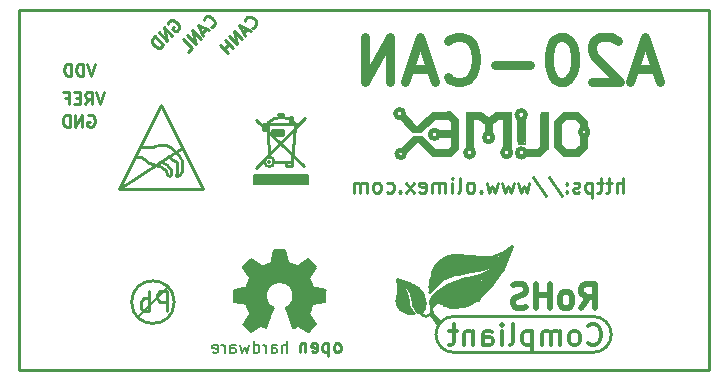
<source format=gbr>
G04 #@! TF.FileFunction,Legend,Bot*
%FSLAX46Y46*%
G04 Gerber Fmt 4.6, Leading zero omitted, Abs format (unit mm)*
G04 Created by KiCad (PCBNEW 4.0.1-3.201512221401+6198~38~ubuntu15.10.1-stable) date Tue 05 Apr 2016 01:32:55 PM EEST*
%MOMM*%
G01*
G04 APERTURE LIST*
%ADD10C,0.100000*%
%ADD11C,0.254000*%
%ADD12C,0.762000*%
%ADD13C,1.000000*%
%ADD14C,0.150000*%
%ADD15C,0.370000*%
%ADD16C,0.380000*%
%ADD17C,0.400000*%
%ADD18C,0.420000*%
%ADD19C,0.200000*%
%ADD20C,0.127000*%
%ADD21C,0.508000*%
%ADD22C,0.700000*%
%ADD23C,0.500000*%
%ADD24C,0.180000*%
%ADD25C,0.350000*%
G04 APERTURE END LIST*
D10*
D11*
X132854095Y-105410000D02*
X132950857Y-105361619D01*
X133096000Y-105361619D01*
X133241142Y-105410000D01*
X133337904Y-105506762D01*
X133386285Y-105603524D01*
X133434666Y-105797048D01*
X133434666Y-105942190D01*
X133386285Y-106135714D01*
X133337904Y-106232476D01*
X133241142Y-106329238D01*
X133096000Y-106377619D01*
X132999238Y-106377619D01*
X132854095Y-106329238D01*
X132805714Y-106280857D01*
X132805714Y-105942190D01*
X132999238Y-105942190D01*
X132370285Y-106377619D02*
X132370285Y-105361619D01*
X131789714Y-106377619D01*
X131789714Y-105361619D01*
X131305904Y-106377619D02*
X131305904Y-105361619D01*
X131063999Y-105361619D01*
X130918857Y-105410000D01*
X130822095Y-105506762D01*
X130773714Y-105603524D01*
X130725333Y-105797048D01*
X130725333Y-105942190D01*
X130773714Y-106135714D01*
X130822095Y-106232476D01*
X130918857Y-106329238D01*
X131063999Y-106377619D01*
X131305904Y-106377619D01*
X134202714Y-103456619D02*
X133864047Y-104472619D01*
X133525381Y-103456619D01*
X132606143Y-104472619D02*
X132944809Y-103988810D01*
X133186714Y-104472619D02*
X133186714Y-103456619D01*
X132799667Y-103456619D01*
X132702905Y-103505000D01*
X132654524Y-103553381D01*
X132606143Y-103650143D01*
X132606143Y-103795286D01*
X132654524Y-103892048D01*
X132702905Y-103940429D01*
X132799667Y-103988810D01*
X133186714Y-103988810D01*
X132170714Y-103940429D02*
X131832048Y-103940429D01*
X131686905Y-104472619D02*
X132170714Y-104472619D01*
X132170714Y-103456619D01*
X131686905Y-103456619D01*
X130912810Y-103940429D02*
X131251476Y-103940429D01*
X131251476Y-104472619D02*
X131251476Y-103456619D01*
X130767667Y-103456619D01*
X133434666Y-101043619D02*
X133095999Y-102059619D01*
X132757333Y-101043619D01*
X132418666Y-102059619D02*
X132418666Y-101043619D01*
X132176761Y-101043619D01*
X132031619Y-101092000D01*
X131934857Y-101188762D01*
X131886476Y-101285524D01*
X131838095Y-101479048D01*
X131838095Y-101624190D01*
X131886476Y-101817714D01*
X131934857Y-101914476D01*
X132031619Y-102011238D01*
X132176761Y-102059619D01*
X132418666Y-102059619D01*
X131402666Y-102059619D02*
X131402666Y-101043619D01*
X131160761Y-101043619D01*
X131015619Y-101092000D01*
X130918857Y-101188762D01*
X130870476Y-101285524D01*
X130822095Y-101479048D01*
X130822095Y-101624190D01*
X130870476Y-101817714D01*
X130918857Y-101914476D01*
X131015619Y-102011238D01*
X131160761Y-102059619D01*
X131402666Y-102059619D01*
X178150761Y-111953524D02*
X178150761Y-110683524D01*
X177606475Y-111953524D02*
X177606475Y-111288286D01*
X177666952Y-111167333D01*
X177787904Y-111106857D01*
X177969332Y-111106857D01*
X178090285Y-111167333D01*
X178150761Y-111227810D01*
X177183142Y-111106857D02*
X176699332Y-111106857D01*
X177001713Y-110683524D02*
X177001713Y-111772095D01*
X176941237Y-111893048D01*
X176820284Y-111953524D01*
X176699332Y-111953524D01*
X176457428Y-111106857D02*
X175973618Y-111106857D01*
X176275999Y-110683524D02*
X176275999Y-111772095D01*
X176215523Y-111893048D01*
X176094570Y-111953524D01*
X175973618Y-111953524D01*
X175550285Y-111106857D02*
X175550285Y-112376857D01*
X175550285Y-111167333D02*
X175429333Y-111106857D01*
X175187428Y-111106857D01*
X175066476Y-111167333D01*
X175005999Y-111227810D01*
X174945523Y-111348762D01*
X174945523Y-111711619D01*
X175005999Y-111832571D01*
X175066476Y-111893048D01*
X175187428Y-111953524D01*
X175429333Y-111953524D01*
X175550285Y-111893048D01*
X174461713Y-111893048D02*
X174340761Y-111953524D01*
X174098856Y-111953524D01*
X173977904Y-111893048D01*
X173917428Y-111772095D01*
X173917428Y-111711619D01*
X173977904Y-111590667D01*
X174098856Y-111530190D01*
X174280285Y-111530190D01*
X174401237Y-111469714D01*
X174461713Y-111348762D01*
X174461713Y-111288286D01*
X174401237Y-111167333D01*
X174280285Y-111106857D01*
X174098856Y-111106857D01*
X173977904Y-111167333D01*
X173373142Y-111832571D02*
X173312666Y-111893048D01*
X173373142Y-111953524D01*
X173433618Y-111893048D01*
X173373142Y-111832571D01*
X173373142Y-111953524D01*
X173373142Y-111167333D02*
X173312666Y-111227810D01*
X173373142Y-111288286D01*
X173433618Y-111227810D01*
X173373142Y-111167333D01*
X173373142Y-111288286D01*
X171861237Y-110623048D02*
X172949809Y-112255905D01*
X170530761Y-110623048D02*
X171619333Y-112255905D01*
X170228380Y-111106857D02*
X169986476Y-111953524D01*
X169744571Y-111348762D01*
X169502666Y-111953524D01*
X169260761Y-111106857D01*
X168897904Y-111106857D02*
X168656000Y-111953524D01*
X168414095Y-111348762D01*
X168172190Y-111953524D01*
X167930285Y-111106857D01*
X167567428Y-111106857D02*
X167325524Y-111953524D01*
X167083619Y-111348762D01*
X166841714Y-111953524D01*
X166599809Y-111106857D01*
X166116000Y-111832571D02*
X166055524Y-111893048D01*
X166116000Y-111953524D01*
X166176476Y-111893048D01*
X166116000Y-111832571D01*
X166116000Y-111953524D01*
X165329809Y-111953524D02*
X165450762Y-111893048D01*
X165511238Y-111832571D01*
X165571714Y-111711619D01*
X165571714Y-111348762D01*
X165511238Y-111227810D01*
X165450762Y-111167333D01*
X165329809Y-111106857D01*
X165148381Y-111106857D01*
X165027429Y-111167333D01*
X164966952Y-111227810D01*
X164906476Y-111348762D01*
X164906476Y-111711619D01*
X164966952Y-111832571D01*
X165027429Y-111893048D01*
X165148381Y-111953524D01*
X165329809Y-111953524D01*
X164180761Y-111953524D02*
X164301714Y-111893048D01*
X164362190Y-111772095D01*
X164362190Y-110683524D01*
X163696952Y-111953524D02*
X163696952Y-111106857D01*
X163696952Y-110683524D02*
X163757428Y-110744000D01*
X163696952Y-110804476D01*
X163636476Y-110744000D01*
X163696952Y-110683524D01*
X163696952Y-110804476D01*
X163092190Y-111953524D02*
X163092190Y-111106857D01*
X163092190Y-111227810D02*
X163031714Y-111167333D01*
X162910761Y-111106857D01*
X162729333Y-111106857D01*
X162608381Y-111167333D01*
X162547904Y-111288286D01*
X162547904Y-111953524D01*
X162547904Y-111288286D02*
X162487428Y-111167333D01*
X162366476Y-111106857D01*
X162185047Y-111106857D01*
X162064095Y-111167333D01*
X162003619Y-111288286D01*
X162003619Y-111953524D01*
X160915048Y-111893048D02*
X161036000Y-111953524D01*
X161277905Y-111953524D01*
X161398857Y-111893048D01*
X161459333Y-111772095D01*
X161459333Y-111288286D01*
X161398857Y-111167333D01*
X161277905Y-111106857D01*
X161036000Y-111106857D01*
X160915048Y-111167333D01*
X160854571Y-111288286D01*
X160854571Y-111409238D01*
X161459333Y-111530190D01*
X160431238Y-111953524D02*
X159766000Y-111106857D01*
X160431238Y-111106857D02*
X159766000Y-111953524D01*
X159282191Y-111832571D02*
X159221715Y-111893048D01*
X159282191Y-111953524D01*
X159342667Y-111893048D01*
X159282191Y-111832571D01*
X159282191Y-111953524D01*
X158133143Y-111893048D02*
X158254096Y-111953524D01*
X158496000Y-111953524D01*
X158616953Y-111893048D01*
X158677429Y-111832571D01*
X158737905Y-111711619D01*
X158737905Y-111348762D01*
X158677429Y-111227810D01*
X158616953Y-111167333D01*
X158496000Y-111106857D01*
X158254096Y-111106857D01*
X158133143Y-111167333D01*
X157407429Y-111953524D02*
X157528382Y-111893048D01*
X157588858Y-111832571D01*
X157649334Y-111711619D01*
X157649334Y-111348762D01*
X157588858Y-111227810D01*
X157528382Y-111167333D01*
X157407429Y-111106857D01*
X157226001Y-111106857D01*
X157105049Y-111167333D01*
X157044572Y-111227810D01*
X156984096Y-111348762D01*
X156984096Y-111711619D01*
X157044572Y-111832571D01*
X157105049Y-111893048D01*
X157226001Y-111953524D01*
X157407429Y-111953524D01*
X156439810Y-111953524D02*
X156439810Y-111106857D01*
X156439810Y-111227810D02*
X156379334Y-111167333D01*
X156258381Y-111106857D01*
X156076953Y-111106857D01*
X155956001Y-111167333D01*
X155895524Y-111288286D01*
X155895524Y-111953524D01*
X155895524Y-111288286D02*
X155835048Y-111167333D01*
X155714096Y-111106857D01*
X155532667Y-111106857D01*
X155411715Y-111167333D01*
X155351239Y-111288286D01*
X155351239Y-111953524D01*
D12*
X180956857Y-101473000D02*
X179142571Y-101473000D01*
X181319714Y-102561571D02*
X180049714Y-98751571D01*
X178779714Y-102561571D01*
X177691143Y-99114429D02*
X177509714Y-98933000D01*
X177146857Y-98751571D01*
X176239714Y-98751571D01*
X175876857Y-98933000D01*
X175695428Y-99114429D01*
X175514000Y-99477286D01*
X175514000Y-99840143D01*
X175695428Y-100384429D01*
X177872571Y-102561571D01*
X175514000Y-102561571D01*
X173155429Y-98751571D02*
X172792572Y-98751571D01*
X172429715Y-98933000D01*
X172248286Y-99114429D01*
X172066857Y-99477286D01*
X171885429Y-100203000D01*
X171885429Y-101110143D01*
X172066857Y-101835857D01*
X172248286Y-102198714D01*
X172429715Y-102380143D01*
X172792572Y-102561571D01*
X173155429Y-102561571D01*
X173518286Y-102380143D01*
X173699715Y-102198714D01*
X173881143Y-101835857D01*
X174062572Y-101110143D01*
X174062572Y-100203000D01*
X173881143Y-99477286D01*
X173699715Y-99114429D01*
X173518286Y-98933000D01*
X173155429Y-98751571D01*
X170252572Y-101110143D02*
X167349715Y-101110143D01*
X163358286Y-102198714D02*
X163539715Y-102380143D01*
X164084001Y-102561571D01*
X164446858Y-102561571D01*
X164991143Y-102380143D01*
X165354001Y-102017286D01*
X165535429Y-101654429D01*
X165716858Y-100928714D01*
X165716858Y-100384429D01*
X165535429Y-99658714D01*
X165354001Y-99295857D01*
X164991143Y-98933000D01*
X164446858Y-98751571D01*
X164084001Y-98751571D01*
X163539715Y-98933000D01*
X163358286Y-99114429D01*
X161906858Y-101473000D02*
X160092572Y-101473000D01*
X162269715Y-102561571D02*
X160999715Y-98751571D01*
X159729715Y-102561571D01*
X158459715Y-102561571D02*
X158459715Y-98751571D01*
X156282572Y-102561571D01*
X156282572Y-98751571D01*
D11*
X146763736Y-97970422D02*
X146832157Y-97970422D01*
X146968999Y-97902001D01*
X147037420Y-97833580D01*
X147105840Y-97696738D01*
X147105840Y-97559896D01*
X147071630Y-97457264D01*
X146968998Y-97286212D01*
X146866367Y-97183581D01*
X146695315Y-97080949D01*
X146592683Y-97046739D01*
X146455841Y-97046739D01*
X146318999Y-97115159D01*
X146250578Y-97183580D01*
X146182157Y-97320422D01*
X146182157Y-97388843D01*
X146353209Y-98107264D02*
X146011105Y-98449368D01*
X146626894Y-98244106D02*
X145668999Y-97765159D01*
X146147947Y-98723053D01*
X145908473Y-98962526D02*
X145190053Y-98244106D01*
X145497947Y-99373052D01*
X144779527Y-98654632D01*
X145155842Y-99715157D02*
X144437422Y-98996737D01*
X144779527Y-99338842D02*
X144369001Y-99749368D01*
X144745316Y-100125683D02*
X144026896Y-99407263D01*
X143249210Y-97928948D02*
X143317631Y-97928948D01*
X143454473Y-97860527D01*
X143522894Y-97792105D01*
X143591314Y-97655264D01*
X143591314Y-97518422D01*
X143557104Y-97415790D01*
X143454472Y-97244738D01*
X143351841Y-97142107D01*
X143180789Y-97039475D01*
X143078157Y-97005265D01*
X142941315Y-97005265D01*
X142804473Y-97073685D01*
X142736052Y-97142106D01*
X142667631Y-97278948D01*
X142667631Y-97347369D01*
X142838683Y-98065790D02*
X142496579Y-98407894D01*
X143112368Y-98202632D02*
X142154473Y-97723685D01*
X142633421Y-98681579D01*
X142393947Y-98921052D02*
X141675527Y-98202632D01*
X141983421Y-99331578D01*
X141265001Y-98613158D01*
X141299211Y-100015788D02*
X141641316Y-99673683D01*
X140922896Y-98955263D01*
X139634158Y-97645422D02*
X139668368Y-97542790D01*
X139771000Y-97440159D01*
X139907841Y-97371738D01*
X140044683Y-97371738D01*
X140147315Y-97405949D01*
X140318368Y-97508581D01*
X140420998Y-97611211D01*
X140523630Y-97782264D01*
X140557841Y-97884896D01*
X140557841Y-98021738D01*
X140489420Y-98158579D01*
X140420999Y-98227000D01*
X140284157Y-98295421D01*
X140215736Y-98295421D01*
X139976262Y-98055948D01*
X140113104Y-97919105D01*
X139976262Y-98671737D02*
X139257842Y-97953317D01*
X139565737Y-99082263D01*
X138847316Y-98363842D01*
X139223631Y-99424368D02*
X138505211Y-98705948D01*
X138334158Y-98877000D01*
X138265738Y-99013842D01*
X138265738Y-99150684D01*
X138299948Y-99253316D01*
X138402580Y-99424368D01*
X138505211Y-99526999D01*
X138676263Y-99629631D01*
X138778895Y-99663841D01*
X138915737Y-99663841D01*
X139052579Y-99595421D01*
X139223631Y-99424368D01*
X127000000Y-96520000D02*
X127000000Y-127000000D01*
X185420000Y-96520000D02*
X127000000Y-96520000D01*
X185420000Y-127000000D02*
X185420000Y-96520000D01*
X127000000Y-127000000D02*
X185420000Y-127000000D01*
X139065000Y-104521000D02*
X142621000Y-111633000D01*
X142621000Y-111633000D02*
X135509000Y-111633000D01*
X135509000Y-111633000D02*
X136842500Y-108966000D01*
X136842500Y-108966000D02*
X137287000Y-108077000D01*
X137287000Y-108077000D02*
X139065000Y-104521000D01*
X140843000Y-108140500D02*
X135509000Y-111633000D01*
X138468100Y-108077000D02*
X137287000Y-108077000D01*
X136842500Y-108966000D02*
X137160000Y-108966000D01*
X139827000Y-110553500D02*
X139674600Y-110553500D01*
X140779500Y-109156500D02*
X140779500Y-110236000D01*
X140335000Y-110553500D02*
X140335000Y-110426500D01*
X140398500Y-110363000D02*
X140398500Y-109347000D01*
X140398500Y-110363000D02*
X140462000Y-110363000D01*
X138684721Y-108013678D02*
G75*
G02X140271500Y-108521500I466639J-1274902D01*
G01*
X138683915Y-108015114D02*
G75*
G02X138468100Y-108077000I-182795J230214D01*
G01*
X137159301Y-108966474D02*
G75*
G02X137668000Y-109156500I64199J-604046D01*
G01*
X138490461Y-109602576D02*
G75*
G02X137668000Y-109156500I147819J1253796D01*
G01*
X139002708Y-109348166D02*
G75*
G02X139954000Y-110109000I-285688J-1332334D01*
G01*
X139064915Y-109792965D02*
G75*
G02X139636500Y-110553500I-284395J-808795D01*
G01*
X138625275Y-109665493D02*
G75*
G02X139065000Y-109791500I-825195J-3709947D01*
G01*
X139953967Y-110426600D02*
G75*
G02X139827000Y-110553500I-190467J63600D01*
G01*
X139953068Y-110109674D02*
G75*
G02X139954000Y-110426500I-316568J-159346D01*
G01*
X140396935Y-109348845D02*
G75*
G02X139700000Y-108902500I153965J1007685D01*
G01*
X140587549Y-108839142D02*
G75*
G02X140271500Y-108521500I478971J792622D01*
G01*
X140590048Y-108840575D02*
G75*
G02X140779500Y-109156500I-168688J-315925D01*
G01*
X140779500Y-110236000D02*
G75*
G02X140398500Y-110617000I-381000J0D01*
G01*
X140396071Y-110619545D02*
G75*
G02X140335000Y-110553500I2429J63505D01*
G01*
X140335000Y-110426500D02*
G75*
G02X140398500Y-110363000I63500J0D01*
G01*
X140462000Y-110363000D02*
G75*
G02X140589000Y-110490000I0J-127000D01*
G01*
D13*
X147934680Y-121843800D02*
X147601940Y-122575320D01*
X147934680Y-121935240D02*
X146753580Y-122948700D01*
X147820380Y-121798080D02*
X147203160Y-122125740D01*
X147500340Y-121378980D02*
X146890740Y-121485660D01*
X146664680Y-120220740D02*
X147386040Y-120368060D01*
X146905980Y-119527320D02*
X147561300Y-119893080D01*
X147774660Y-118658640D02*
X148193760Y-119245380D01*
X148361400Y-118407180D02*
X148582380Y-119092980D01*
X149626320Y-118391940D02*
X149458680Y-119001540D01*
X150060660Y-118651020D02*
X149885400Y-119009160D01*
X151058880Y-119428260D02*
X150601680Y-119717820D01*
X151234140Y-119908320D02*
X150792180Y-120068340D01*
X151559260Y-121152920D02*
X150853140Y-121025920D01*
X151310340Y-121798080D02*
X150746460Y-121318020D01*
X150644860Y-122697240D02*
X150279100Y-121935240D01*
X145854420Y-120644920D02*
X147322540Y-120731280D01*
X146845020Y-118460520D02*
X147957540Y-119527320D01*
X149110700Y-117403880D02*
X149105620Y-118917720D01*
X151371300Y-118379240D02*
X150309580Y-119486680D01*
X152356820Y-120665240D02*
X150939500Y-120604280D01*
X151320500Y-122869960D02*
X150467060Y-121848880D01*
D14*
X150304500Y-121439940D02*
X149997160Y-121706640D01*
X150634700Y-118526560D02*
X149651720Y-118033800D01*
X148455380Y-122031760D02*
X148577300Y-121747280D01*
X148318220Y-121577100D02*
X148572220Y-121742200D01*
X149819360Y-121574560D02*
X149593300Y-121749820D01*
X150187660Y-121460260D02*
X149928580Y-121798080D01*
X150411180Y-121239280D02*
X150317200Y-121409460D01*
X150411180Y-121239280D02*
X150317200Y-121409460D01*
X150548340Y-120385840D02*
X150416260Y-121208800D01*
X150124160Y-119649240D02*
X150543260Y-120380760D01*
X149252940Y-119219980D02*
X150124160Y-119649240D01*
X148437600Y-119387620D02*
X149252940Y-119227600D01*
X147927060Y-119816880D02*
X148437600Y-119387620D01*
X147693380Y-120489980D02*
X147927060Y-119816880D01*
X147698460Y-120995440D02*
X147698460Y-120477280D01*
X148074380Y-121706640D02*
X147698460Y-120995440D01*
X148252180Y-121828560D02*
X148074380Y-121706640D01*
X151523700Y-117807740D02*
X150639780Y-118529100D01*
X151279860Y-119161560D02*
X151881840Y-118252240D01*
X151284940Y-119156480D02*
X151671020Y-120154700D01*
X152814020Y-120423940D02*
X151698960Y-120177560D01*
X152671780Y-120368060D02*
X152671780Y-121018300D01*
X148295360Y-121770140D02*
X147767040Y-123151900D01*
X147904200Y-123449080D02*
X148290280Y-122468640D01*
X147375880Y-123121420D02*
X147904200Y-123449080D01*
X146692620Y-123454160D02*
X147513040Y-122925840D01*
X147556220Y-123149360D02*
X146679920Y-123769120D01*
X146669760Y-123764040D02*
X145986500Y-123073160D01*
X146273520Y-122989340D02*
X146758660Y-123520200D01*
X146240500Y-121353580D02*
X146621500Y-122334020D01*
X146344640Y-121386600D02*
X145221960Y-121175780D01*
X145206720Y-120197880D02*
X145209260Y-121155460D01*
X145290540Y-120939560D02*
X146397980Y-121163080D01*
X146593560Y-119169180D02*
X146227800Y-120037860D01*
X145978880Y-118287800D02*
X146682460Y-119278400D01*
X146677380Y-117589300D02*
X145983960Y-118280180D01*
X147693380Y-118264940D02*
X146682460Y-117591840D01*
X148379180Y-117878860D02*
X147574000Y-118216680D01*
X148595080Y-116789200D02*
X148369020Y-117960140D01*
X149560280Y-116789200D02*
X148595080Y-116789200D01*
X149570440Y-116796820D02*
X149771100Y-117822980D01*
X150558500Y-118191280D02*
X149654260Y-117812820D01*
X151493220Y-117543580D02*
X150522940Y-118259860D01*
X152179020Y-118259860D02*
X151505920Y-117546120D01*
X152158700Y-118295420D02*
X151564340Y-119148860D01*
X151897080Y-119979440D02*
X151561800Y-119146320D01*
X152966420Y-120177560D02*
X151795480Y-119974360D01*
X152963880Y-120180100D02*
X152963880Y-121165620D01*
X152963880Y-121173240D02*
X151892000Y-121368820D01*
X152201880Y-123080780D02*
X151604980Y-122217180D01*
X151472900Y-123776740D02*
X152194260Y-123083320D01*
X150639780Y-123205240D02*
X151465280Y-123769120D01*
X150627080Y-123215400D02*
X150281640Y-123436380D01*
X150243540Y-123418600D02*
X149593300Y-121749820D01*
D15*
X146677380Y-123609100D02*
X146123660Y-123063000D01*
X146743420Y-122168920D02*
X146123660Y-123055380D01*
X149999700Y-119771160D02*
G75*
G02X149923500Y-121625360I-965200J-889000D01*
G01*
X148048980Y-119943880D02*
G75*
G02X149974300Y-119745760I1061720J-863600D01*
G01*
X148429980Y-121793000D02*
G75*
G02X148059140Y-119928640I746760J1117600D01*
G01*
X147866100Y-123235720D02*
X148440140Y-121795540D01*
X147528280Y-123050300D02*
X147866100Y-123235720D01*
X146692620Y-123616720D02*
X147528280Y-123050300D01*
X146337020Y-121257060D02*
X146743420Y-122168920D01*
X145323560Y-121086880D02*
X146337020Y-121257060D01*
X145323560Y-120251220D02*
X145323560Y-121086880D01*
X146405600Y-120022620D02*
X145323560Y-120251220D01*
X146745960Y-119085360D02*
X146405600Y-120022620D01*
X146128740Y-118295420D02*
X146745960Y-119085360D01*
X146682460Y-117746780D02*
X146128740Y-118292880D01*
X147586700Y-118379240D02*
X146682460Y-117744800D01*
X148501100Y-117934740D02*
X147599400Y-118384320D01*
X148714460Y-116916200D02*
X148501100Y-117934740D01*
X149481540Y-116895880D02*
X148696680Y-116895880D01*
X149473920Y-116908580D02*
X149679660Y-117922040D01*
X150578820Y-118348760D02*
X149733000Y-117942360D01*
X151467820Y-117706140D02*
X150639780Y-118358920D01*
D16*
X152016460Y-118264940D02*
X151516080Y-117731540D01*
D15*
X152006300Y-118287800D02*
X151450040Y-119138700D01*
X151777700Y-120055640D02*
X151429720Y-119189500D01*
X152826720Y-120271540D02*
X151808180Y-120091200D01*
D16*
X152814020Y-120284240D02*
X152819100Y-121071640D01*
D15*
X152824180Y-121061480D02*
X151874220Y-121279920D01*
X151846280Y-121302780D02*
X151488140Y-122186700D01*
X152021540Y-123063000D02*
X151488140Y-122229880D01*
D16*
X152036780Y-123063000D02*
X151472900Y-123601480D01*
D17*
X151460200Y-123601480D02*
X150680420Y-123070620D01*
D15*
X150670260Y-123052840D02*
X150352760Y-123258580D01*
D18*
X150324820Y-123238260D02*
X149773640Y-121815860D01*
D19*
X137193020Y-122382280D02*
X139626340Y-119961660D01*
D11*
X140156037Y-121218960D02*
G75*
G03X140156037Y-121218960I-1802237J0D01*
G01*
D20*
X148336000Y-109347000D02*
G75*
G03X148336000Y-109347000I-127000J0D01*
G01*
D11*
X148082000Y-106045000D02*
G75*
G02X150368000Y-106045000I1143000J-1143000D01*
G01*
X149352000Y-105283000D02*
X149352000Y-105410000D01*
X149352000Y-105410000D02*
X148971000Y-105410000D01*
X148971000Y-105410000D02*
X148971000Y-105283000D01*
X148971000Y-105283000D02*
X149352000Y-105283000D01*
X149225000Y-106807000D02*
X148590000Y-106807000D01*
X149352000Y-106680000D02*
X148463000Y-106680000D01*
X148463000Y-106680000D02*
X148463000Y-107061000D01*
X148463000Y-107061000D02*
X149352000Y-107061000D01*
X149352000Y-107061000D02*
X149352000Y-106680000D01*
X147955000Y-106680000D02*
X147955000Y-106299000D01*
X147955000Y-106299000D02*
X147828000Y-106299000D01*
X147828000Y-106299000D02*
X147828000Y-106680000D01*
X147955000Y-106299000D02*
X147955000Y-106426000D01*
X147955000Y-106172000D02*
X147828000Y-106553000D01*
X147955000Y-106299000D02*
X147955000Y-106426000D01*
X148082000Y-106172000D02*
X148082000Y-106680000D01*
X148082000Y-106680000D02*
X147701000Y-106680000D01*
X147701000Y-106680000D02*
X147701000Y-106172000D01*
X150114000Y-106045000D02*
X150114000Y-105537000D01*
X150114000Y-105537000D02*
X149987000Y-105537000D01*
X149987000Y-105537000D02*
X149987000Y-106045000D01*
X148610609Y-109347000D02*
G75*
G03X148610609Y-109347000I-401609J0D01*
G01*
X148209000Y-108839000D02*
X148082000Y-106807000D01*
X150114000Y-109347000D02*
X150114000Y-109728000D01*
X150114000Y-109728000D02*
X149606000Y-109728000D01*
X149606000Y-109728000D02*
X149606000Y-109474000D01*
X150622000Y-106172000D02*
X147701000Y-106172000D01*
X150114000Y-109347000D02*
X150368000Y-106299000D01*
X150114000Y-109347000D02*
X148717000Y-109347000D01*
X151130000Y-109728000D02*
X147066000Y-105791000D01*
X151257000Y-105664000D02*
X147066000Y-109855000D01*
D14*
X151412200Y-111100400D02*
X146992600Y-111100400D01*
X146992600Y-110998800D02*
X151361400Y-110998800D01*
X151412200Y-110795600D02*
X146941800Y-110795600D01*
X151412200Y-110643200D02*
X146992600Y-110643200D01*
X146941800Y-110897200D02*
X151361400Y-110897200D01*
X146941800Y-110744800D02*
X151361400Y-110744800D01*
X151412200Y-110592400D02*
X146941800Y-110592400D01*
X146941800Y-110490800D02*
X151361400Y-110490800D01*
X146891000Y-111202000D02*
X151463000Y-111202000D01*
X151463000Y-111202000D02*
X151463000Y-110440000D01*
X151463000Y-110440000D02*
X146891000Y-110440000D01*
X146891000Y-110440000D02*
X146891000Y-111202000D01*
D11*
X163830000Y-122428000D02*
X175641000Y-122428000D01*
X175641000Y-125476000D02*
X163830000Y-125476000D01*
X162974020Y-121445020D02*
X162920680Y-121391680D01*
X162201860Y-121391680D02*
X161925000Y-121666000D01*
X168783000Y-116459000D02*
X167916860Y-118574820D01*
X165933120Y-120962420D02*
X165897560Y-120997980D01*
X164028120Y-121666000D02*
X163512500Y-121666000D01*
X168783000Y-116459000D02*
X167921940Y-117078760D01*
X166204900Y-117416580D02*
X164056060Y-117221000D01*
X162006280Y-118737380D02*
X161858960Y-119336820D01*
X161800540Y-120015000D02*
X161800540Y-120396000D01*
X161902140Y-121620280D02*
X161925000Y-121666000D01*
X162560000Y-122936000D02*
X162374580Y-122750580D01*
X167388540Y-118110000D02*
X167106600Y-118457980D01*
X165079680Y-119209820D02*
X164769800Y-119270780D01*
X162214560Y-120540780D02*
X162044380Y-120728740D01*
X161800540Y-120396000D02*
X161803080Y-120393460D01*
X162859720Y-119321580D02*
X162867340Y-119316500D01*
X164134800Y-118813580D02*
X164652960Y-118739920D01*
X166001700Y-118524020D02*
X167388540Y-118110000D01*
X162560000Y-123063000D02*
X162052000Y-122301000D01*
X161925000Y-121838720D02*
X161925000Y-121793000D01*
X162687000Y-122936000D02*
X162196780Y-122445780D01*
X161925000Y-122174000D02*
X161820860Y-122280680D01*
X161170620Y-122308620D02*
X161036000Y-122174000D01*
X161036000Y-122174000D02*
X161333180Y-121754900D01*
X161216340Y-120553480D02*
X161163000Y-120459500D01*
X160441640Y-119814340D02*
X160020000Y-119634000D01*
X160020000Y-119634000D02*
X159004000Y-119253000D01*
X159004000Y-119253000D02*
X159138620Y-119791480D01*
X159318960Y-121853960D02*
X159341820Y-121876820D01*
X160121600Y-122174000D02*
X160477200Y-122174000D01*
X161023300Y-122174000D02*
X161036000Y-122174000D01*
X159943800Y-120982740D02*
X159969200Y-121373900D01*
X168402000Y-116967000D02*
X167388540Y-117604540D01*
D21*
X167388540Y-117604540D02*
X166243000Y-117604540D01*
X166243000Y-117604540D02*
X165227000Y-117475000D01*
X165227000Y-117475000D02*
X163576000Y-117475000D01*
X163576000Y-117475000D02*
X162941000Y-117856000D01*
X162941000Y-117856000D02*
X162433000Y-118364000D01*
X162433000Y-118364000D02*
X162179000Y-118872000D01*
X162179000Y-118872000D02*
X162052000Y-119888000D01*
X162052000Y-119888000D02*
X162560000Y-119253000D01*
X162560000Y-119253000D02*
X163195000Y-118872000D01*
X163195000Y-118872000D02*
X162941000Y-118364000D01*
X162941000Y-118364000D02*
X162560000Y-118872000D01*
X163322000Y-118872000D02*
X163957000Y-118491000D01*
X163957000Y-118491000D02*
X164465000Y-118491000D01*
X164465000Y-118491000D02*
X164592000Y-118491000D01*
X164592000Y-118491000D02*
X165735000Y-118364000D01*
X165735000Y-118364000D02*
X167005000Y-117983000D01*
X167005000Y-117983000D02*
X167513000Y-117856000D01*
X167513000Y-117856000D02*
X162941000Y-117856000D01*
X162941000Y-117856000D02*
X162941000Y-118110000D01*
X162941000Y-118364000D02*
X162941000Y-118110000D01*
X162941000Y-118110000D02*
X167894000Y-118033800D01*
X162814000Y-118491000D02*
X164465000Y-118491000D01*
X168402000Y-116967000D02*
X167894000Y-117856000D01*
X167894000Y-117856000D02*
X167767000Y-118364000D01*
X167767000Y-118364000D02*
X167388540Y-118872000D01*
X167388540Y-118872000D02*
X167388540Y-118491000D01*
X167388540Y-118491000D02*
X167767000Y-117604540D01*
X167259000Y-118999000D02*
X166878000Y-119507000D01*
X166878000Y-119507000D02*
X166624000Y-119888000D01*
X166624000Y-119888000D02*
X165735000Y-120777000D01*
X165735000Y-120777000D02*
X165227000Y-121158000D01*
X165227000Y-121158000D02*
X164338000Y-121412000D01*
X164338000Y-121412000D02*
X163449000Y-121412000D01*
X163449000Y-121412000D02*
X162687000Y-120904000D01*
X162687000Y-120904000D02*
X162306000Y-121031000D01*
X162306000Y-121031000D02*
X162052000Y-121285000D01*
X162052000Y-121285000D02*
X162306000Y-120777000D01*
X162306000Y-120777000D02*
X162814000Y-120269000D01*
X162814000Y-120269000D02*
X163499800Y-119862600D01*
X163499800Y-119862600D02*
X164896800Y-119380000D01*
X164896800Y-119380000D02*
X165506400Y-119380000D01*
X165506400Y-119380000D02*
X166243000Y-119126000D01*
X166243000Y-119126000D02*
X167005000Y-118745000D01*
X166878000Y-119126000D02*
X166116000Y-119761000D01*
X166116000Y-119761000D02*
X165989000Y-119634000D01*
X165989000Y-119634000D02*
X165862000Y-119634000D01*
X165862000Y-119634000D02*
X164719000Y-119761000D01*
X164719000Y-119761000D02*
X163703000Y-120015000D01*
X163703000Y-120015000D02*
X163068000Y-120523000D01*
X163068000Y-120523000D02*
X162941000Y-120650000D01*
X162941000Y-120650000D02*
X163068000Y-120904000D01*
X163068000Y-120904000D02*
X163322000Y-120904000D01*
X163322000Y-120904000D02*
X163703000Y-121031000D01*
X163703000Y-121031000D02*
X164338000Y-121031000D01*
X164338000Y-121031000D02*
X164719000Y-120904000D01*
X164719000Y-120904000D02*
X165227000Y-120777000D01*
X165227000Y-120777000D02*
X165862000Y-120269000D01*
X165862000Y-120269000D02*
X165989000Y-120142000D01*
X165989000Y-120142000D02*
X165862000Y-120015000D01*
X165862000Y-120015000D02*
X165354000Y-120015000D01*
X165354000Y-120015000D02*
X164338000Y-120269000D01*
X164338000Y-120269000D02*
X164084000Y-120269000D01*
X164084000Y-120269000D02*
X163576000Y-120523000D01*
X163576000Y-120523000D02*
X163576000Y-120650000D01*
X163576000Y-120650000D02*
X163703000Y-120777000D01*
X163703000Y-120777000D02*
X164084000Y-120650000D01*
X164084000Y-120650000D02*
X165354000Y-120396000D01*
D11*
X160733740Y-122049540D02*
X160761680Y-122077480D01*
X160350200Y-120980200D02*
X160350200Y-120972580D01*
X161290000Y-121434860D02*
X161290000Y-121412000D01*
X161290000Y-121412000D02*
X161290000Y-121158000D01*
X161290000Y-121158000D02*
X161163000Y-121158000D01*
X161163000Y-121158000D02*
X161036000Y-121158000D01*
X161036000Y-121158000D02*
X161036000Y-121793000D01*
X161163000Y-121158000D02*
X161163000Y-121285000D01*
X161163000Y-121285000D02*
X161163000Y-121666000D01*
X161163000Y-121666000D02*
X161163000Y-121793000D01*
X161163000Y-121793000D02*
X161163000Y-121920000D01*
X161036000Y-121158000D02*
X160655000Y-121158000D01*
X160655000Y-121158000D02*
X160401000Y-121158000D01*
X160401000Y-121158000D02*
X160909000Y-122047000D01*
X160655000Y-121158000D02*
X160655000Y-121666000D01*
X161163000Y-121285000D02*
X160528000Y-121285000D01*
X161290000Y-121412000D02*
X160528000Y-121412000D01*
X161290000Y-121539000D02*
X160528000Y-121539000D01*
X161163000Y-121666000D02*
X160528000Y-121666000D01*
X161163000Y-121793000D02*
X160655000Y-121793000D01*
X160401000Y-121031000D02*
X161290000Y-121031000D01*
X160401000Y-120904000D02*
X161290000Y-120904000D01*
X160401000Y-120777000D02*
X161163000Y-120777000D01*
X160401000Y-120650000D02*
X161163000Y-120650000D01*
X160274000Y-120523000D02*
X161163000Y-120523000D01*
X160274000Y-120396000D02*
X161036000Y-120396000D01*
X160147000Y-120269000D02*
X160909000Y-120269000D01*
X160147000Y-120142000D02*
X160782000Y-120142000D01*
X160020000Y-120015000D02*
X160528000Y-120015000D01*
X159258000Y-119888000D02*
X159385000Y-119888000D01*
X159385000Y-119888000D02*
X159512000Y-119888000D01*
X159512000Y-119888000D02*
X160401000Y-119888000D01*
X160020000Y-119761000D02*
X159258000Y-119761000D01*
X159766000Y-119634000D02*
X159131000Y-119634000D01*
X159639000Y-119507000D02*
X159131000Y-119507000D01*
X159512000Y-119888000D02*
X159512000Y-120396000D01*
X159385000Y-119888000D02*
X159385000Y-120396000D01*
X159766000Y-120396000D02*
X159258000Y-120396000D01*
X159766000Y-120523000D02*
X159258000Y-120523000D01*
X159893000Y-120650000D02*
X159258000Y-120650000D01*
X159893000Y-120777000D02*
X159131000Y-120777000D01*
X159893000Y-120904000D02*
X159131000Y-120904000D01*
X159893000Y-121031000D02*
X159131000Y-121031000D01*
X159893000Y-121158000D02*
X159131000Y-121158000D01*
X159893000Y-121285000D02*
X159131000Y-121285000D01*
X159893000Y-121412000D02*
X159131000Y-121412000D01*
X159969200Y-121539000D02*
X159131000Y-121539000D01*
X160020000Y-121666000D02*
X159258000Y-121666000D01*
X160020000Y-121793000D02*
X159385000Y-121793000D01*
X160147000Y-121920000D02*
X159512000Y-121920000D01*
X160274000Y-122047000D02*
X159766000Y-122047000D01*
X162306000Y-123952000D02*
G75*
G02X163830000Y-122428000I1524000J0D01*
G01*
X175641000Y-122428000D02*
G75*
G02X177165000Y-123952000I0J-1524000D01*
G01*
X177165000Y-123952000D02*
G75*
G02X175641000Y-125476000I-1524000J0D01*
G01*
X163830000Y-125476000D02*
G75*
G02X162306000Y-123952000I0J1524000D01*
G01*
X163512500Y-121668066D02*
G75*
G02X162974020Y-121445020I0J761526D01*
G01*
X162201860Y-121389140D02*
G75*
G02X162920680Y-121391680I358140J-360680D01*
G01*
X167914464Y-118580447D02*
G75*
G02X165933120Y-120962420I-8344044J4925607D01*
G01*
X165893933Y-121000013D02*
G75*
G02X164028120Y-121666000I-1738813J1924813D01*
G01*
X167919952Y-117076522D02*
G75*
G02X166204900Y-117416580I-1268012J1900222D01*
G01*
X162005736Y-118733585D02*
G75*
G02X164056060Y-117221000I2144304J-760715D01*
G01*
X161798760Y-120014243D02*
G75*
G02X161858960Y-119336820I3049780J70363D01*
G01*
X162372549Y-122751559D02*
G75*
G02X161925000Y-121666000I1086611J1083019D01*
G01*
X167106541Y-118459778D02*
G75*
G02X165079680Y-119209820I-2631381J3997218D01*
G01*
X162215473Y-120540156D02*
G75*
G02X164769800Y-119270780I3654147J-4148444D01*
G01*
X161924155Y-121666069D02*
G75*
G02X162044380Y-120728740I762845J378529D01*
G01*
X161804641Y-120391765D02*
G75*
G02X162859720Y-119321580I3831299J-2722035D01*
G01*
X162871130Y-119313934D02*
G75*
G02X164134800Y-118813580I2134890J-3545866D01*
G01*
X165995379Y-118524186D02*
G75*
G02X164652960Y-118739920I-1812319J6992786D01*
G01*
X162430978Y-123063280D02*
G75*
G02X161925000Y-121838720I1228842J1224560D01*
G01*
X162193258Y-122445710D02*
G75*
G02X161925000Y-121793000I653762J650170D01*
G01*
X161820134Y-122279954D02*
G75*
G02X161462720Y-122428000I-357414J357414D01*
G01*
X161462720Y-122429612D02*
G75*
G02X161170620Y-122308620I0J413092D01*
G01*
X161418874Y-121310901D02*
G75*
G02X161333180Y-121754900I-1195674J501D01*
G01*
X161216794Y-120555321D02*
G75*
G02X161417000Y-121310400I-1323794J-755079D01*
G01*
X160441000Y-119815511D02*
G75*
G02X161163000Y-120459500I-601340J-1400909D01*
G01*
X159139148Y-119794136D02*
G75*
G02X159075120Y-120728740I-1478808J-368184D01*
G01*
X159004283Y-121097487D02*
G75*
G02X159075120Y-120728740I992857J447D01*
G01*
X159317946Y-121854974D02*
G75*
G02X159004000Y-121097040I757934J757934D01*
G01*
X159921497Y-122150453D02*
G75*
G02X159341820Y-121876820I205183J1185493D01*
G01*
X160122927Y-122175303D02*
G75*
G02X159923480Y-122151140I-1327J824263D01*
G01*
X159589795Y-120035066D02*
G75*
G02X159943800Y-121025920I-1408755J-1061974D01*
G01*
X160471340Y-122169613D02*
G75*
G02X159969200Y-121373900I709440J1003993D01*
G01*
X161037788Y-122175791D02*
G75*
G02X160733740Y-122049540I752J431051D01*
G01*
X160760340Y-122077046D02*
G75*
G02X160350200Y-120980200I1118940J1043506D01*
G01*
X159843020Y-119941180D02*
G75*
G02X160350200Y-120972580I-991420J-1127920D01*
G01*
X161289556Y-121436371D02*
G75*
G02X161036000Y-122047000I-865696J1511D01*
G01*
D10*
X163461700Y-105105200D02*
X162090100Y-105105200D01*
X162090100Y-105105200D02*
X162039300Y-105105200D01*
X162039300Y-105105200D02*
X160782000Y-106349800D01*
X164985700Y-105219500D02*
X164884100Y-105219500D01*
X164833300Y-105156000D02*
X164833300Y-105143300D01*
X164833300Y-105143300D02*
X166128700Y-105143300D01*
X166128700Y-105143300D02*
X166154100Y-105143300D01*
X166154100Y-105143300D02*
X166776400Y-105638600D01*
X164833300Y-108165900D02*
X164833300Y-105156000D01*
X168490900Y-105206800D02*
X168567100Y-105206800D01*
X168643300Y-105143300D02*
X167398700Y-105143300D01*
X167398700Y-105143300D02*
X166814500Y-105625900D01*
X168643300Y-108140500D02*
X168643300Y-105156000D01*
X169379900Y-107734100D02*
X169291000Y-107734100D01*
X169722800Y-107734100D02*
X169786300Y-107734100D01*
X169862500Y-107797600D02*
X169252900Y-107797600D01*
X169252900Y-107797600D02*
X169227500Y-107797600D01*
X169227500Y-107797600D02*
X169227500Y-105778300D01*
X169862500Y-105778300D02*
X169862500Y-107797600D01*
X171361100Y-105168700D02*
X171246800Y-105168700D01*
X171488100Y-105092500D02*
X171183300Y-105092500D01*
X171183300Y-105092500D02*
X171183300Y-108127800D01*
X171665900Y-105181400D02*
X171729400Y-105168700D01*
X171780200Y-105092500D02*
X171792900Y-105092500D01*
X171792900Y-105092500D02*
X171805600Y-105092500D01*
X171805600Y-105092500D02*
X171805600Y-108242100D01*
X171500800Y-105092500D02*
X171780200Y-105092500D01*
D22*
X171500800Y-108165900D02*
X171500800Y-105435400D01*
X165163500Y-105448100D02*
X165163500Y-108051600D01*
X173278800Y-105435400D02*
X174282100Y-105435400D01*
X172656500Y-106045000D02*
X172656500Y-107975400D01*
X174879000Y-106083100D02*
X174879000Y-106324400D01*
X174879000Y-108051600D02*
X174294800Y-108623100D01*
X174866300Y-108064300D02*
X174866300Y-107302300D01*
X174307500Y-108623100D02*
X173266100Y-108623100D01*
D17*
X162538659Y-107010200D02*
G75*
G03X162538659Y-107010200I-359659J0D01*
G01*
D22*
X162687000Y-107010200D02*
X163906200Y-107010200D01*
D17*
X159604735Y-105270300D02*
G75*
G03X159604735Y-105270300I-359435J0D01*
G01*
D22*
X159613600Y-105625900D02*
X160477200Y-106519600D01*
D23*
X161036000Y-106616500D02*
X160477200Y-106616500D01*
D22*
X162153600Y-105435400D02*
X161061400Y-106502200D01*
X163375500Y-105435400D02*
X162153600Y-105435400D01*
X163906200Y-105918000D02*
X163423600Y-105410000D01*
X163906200Y-105943400D02*
X163906200Y-108178600D01*
X163906200Y-108178600D02*
X163474400Y-108610400D01*
X163474400Y-108610400D02*
X162153600Y-108610400D01*
X162153600Y-108610400D02*
X161010600Y-107492800D01*
D23*
X161010600Y-107391200D02*
X160477200Y-107391200D01*
D22*
X159664400Y-108305600D02*
X160502600Y-107492800D01*
D17*
X159663666Y-108661200D02*
G75*
G03X159663666Y-108661200I-329466J0D01*
G01*
X165526729Y-108572300D02*
G75*
G03X165526729Y-108572300I-363229J0D01*
G01*
D22*
X166065200Y-105460800D02*
X165176200Y-105460800D01*
D17*
X167147318Y-107289600D02*
G75*
G03X167147318Y-107289600I-370918J0D01*
G01*
D22*
X166700200Y-105968800D02*
X166065200Y-105460800D01*
X166776400Y-106756200D02*
X166776400Y-106045000D01*
X167487600Y-105460800D02*
X166878000Y-105968800D01*
X168325800Y-105460800D02*
X167487600Y-105460800D01*
X168325800Y-108051600D02*
X168325800Y-105460800D01*
D17*
X168672759Y-108559600D02*
G75*
G03X168672759Y-108559600I-359659J0D01*
G01*
X169905818Y-105359200D02*
G75*
G03X169905818Y-105359200I-373518J0D01*
G01*
D22*
X169545000Y-105892600D02*
X169545000Y-107492800D01*
D17*
X169911324Y-108585000D02*
G75*
G03X169911324Y-108585000I-366324J0D01*
G01*
D22*
X170057800Y-108610400D02*
X171043600Y-108610400D01*
X171043600Y-108610400D02*
X171500800Y-108153200D01*
X172669200Y-108013500D02*
X173228000Y-108597700D01*
X173278800Y-105448100D02*
X172643800Y-106057700D01*
X174879000Y-106032300D02*
X174371000Y-105524300D01*
D17*
X175203747Y-106807000D02*
G75*
G03X175203747Y-106807000I-337447J0D01*
G01*
D24*
X149728798Y-125496581D02*
X149728798Y-124496581D01*
X149300226Y-125496581D02*
X149300226Y-124972771D01*
X149347845Y-124877533D01*
X149443083Y-124829914D01*
X149585941Y-124829914D01*
X149681179Y-124877533D01*
X149728798Y-124925152D01*
X148395464Y-125496581D02*
X148395464Y-124972771D01*
X148443083Y-124877533D01*
X148538321Y-124829914D01*
X148728798Y-124829914D01*
X148824036Y-124877533D01*
X148395464Y-125448962D02*
X148490702Y-125496581D01*
X148728798Y-125496581D01*
X148824036Y-125448962D01*
X148871655Y-125353724D01*
X148871655Y-125258486D01*
X148824036Y-125163248D01*
X148728798Y-125115629D01*
X148490702Y-125115629D01*
X148395464Y-125068010D01*
X147919274Y-125496581D02*
X147919274Y-124829914D01*
X147919274Y-125020390D02*
X147871655Y-124925152D01*
X147824036Y-124877533D01*
X147728798Y-124829914D01*
X147633559Y-124829914D01*
X146871654Y-125496581D02*
X146871654Y-124496581D01*
X146871654Y-125448962D02*
X146966892Y-125496581D01*
X147157369Y-125496581D01*
X147252607Y-125448962D01*
X147300226Y-125401343D01*
X147347845Y-125306105D01*
X147347845Y-125020390D01*
X147300226Y-124925152D01*
X147252607Y-124877533D01*
X147157369Y-124829914D01*
X146966892Y-124829914D01*
X146871654Y-124877533D01*
X146490702Y-124829914D02*
X146300226Y-125496581D01*
X146109749Y-125020390D01*
X145919273Y-125496581D01*
X145728797Y-124829914D01*
X144919273Y-125496581D02*
X144919273Y-124972771D01*
X144966892Y-124877533D01*
X145062130Y-124829914D01*
X145252607Y-124829914D01*
X145347845Y-124877533D01*
X144919273Y-125448962D02*
X145014511Y-125496581D01*
X145252607Y-125496581D01*
X145347845Y-125448962D01*
X145395464Y-125353724D01*
X145395464Y-125258486D01*
X145347845Y-125163248D01*
X145252607Y-125115629D01*
X145014511Y-125115629D01*
X144919273Y-125068010D01*
X144443083Y-125496581D02*
X144443083Y-124829914D01*
X144443083Y-125020390D02*
X144395464Y-124925152D01*
X144347845Y-124877533D01*
X144252607Y-124829914D01*
X144157368Y-124829914D01*
X143443082Y-125448962D02*
X143538320Y-125496581D01*
X143728797Y-125496581D01*
X143824035Y-125448962D01*
X143871654Y-125353724D01*
X143871654Y-124972771D01*
X143824035Y-124877533D01*
X143728797Y-124829914D01*
X143538320Y-124829914D01*
X143443082Y-124877533D01*
X143395463Y-124972771D01*
X143395463Y-125068010D01*
X143871654Y-125163248D01*
D11*
X154044297Y-125450379D02*
X154149059Y-125397998D01*
X154201440Y-125345617D01*
X154253821Y-125240855D01*
X154253821Y-124926570D01*
X154201440Y-124821808D01*
X154149059Y-124769427D01*
X154044297Y-124717046D01*
X153887155Y-124717046D01*
X153782393Y-124769427D01*
X153730012Y-124821808D01*
X153677631Y-124926570D01*
X153677631Y-125240855D01*
X153730012Y-125345617D01*
X153782393Y-125397998D01*
X153887155Y-125450379D01*
X154044297Y-125450379D01*
X153206202Y-124717046D02*
X153206202Y-125817046D01*
X153206202Y-124769427D02*
X153101440Y-124717046D01*
X152891917Y-124717046D01*
X152787155Y-124769427D01*
X152734774Y-124821808D01*
X152682393Y-124926570D01*
X152682393Y-125240855D01*
X152734774Y-125345617D01*
X152787155Y-125397998D01*
X152891917Y-125450379D01*
X153101440Y-125450379D01*
X153206202Y-125397998D01*
X151791917Y-125397998D02*
X151896679Y-125450379D01*
X152106202Y-125450379D01*
X152210964Y-125397998D01*
X152263345Y-125293236D01*
X152263345Y-124874189D01*
X152210964Y-124769427D01*
X152106202Y-124717046D01*
X151896679Y-124717046D01*
X151791917Y-124769427D01*
X151739536Y-124874189D01*
X151739536Y-124978950D01*
X152263345Y-125083712D01*
X151268107Y-124717046D02*
X151268107Y-125450379D01*
X151268107Y-124821808D02*
X151215726Y-124769427D01*
X151110964Y-124717046D01*
X150953822Y-124717046D01*
X150849060Y-124769427D01*
X150796679Y-124874189D01*
X150796679Y-125450379D01*
D14*
D11*
X139542068Y-122008328D02*
X139542068Y-120308328D01*
X138970640Y-120308328D01*
X138827782Y-120389280D01*
X138756354Y-120470232D01*
X138684925Y-120632137D01*
X138684925Y-120874994D01*
X138756354Y-121036899D01*
X138827782Y-121117851D01*
X138970640Y-121198804D01*
X139542068Y-121198804D01*
X138042068Y-122008328D02*
X138042068Y-120308328D01*
X138042068Y-120955947D02*
X137899211Y-120874994D01*
X137613497Y-120874994D01*
X137470640Y-120955947D01*
X137399211Y-121036899D01*
X137327782Y-121198804D01*
X137327782Y-121684518D01*
X137399211Y-121846423D01*
X137470640Y-121927375D01*
X137613497Y-122008328D01*
X137899211Y-122008328D01*
X138042068Y-121927375D01*
D23*
X174619634Y-121702082D02*
X175286301Y-120749701D01*
X175762492Y-121702082D02*
X175762492Y-119702082D01*
X175000587Y-119702082D01*
X174810111Y-119797320D01*
X174714872Y-119892558D01*
X174619634Y-120083034D01*
X174619634Y-120368749D01*
X174714872Y-120559225D01*
X174810111Y-120654463D01*
X175000587Y-120749701D01*
X175762492Y-120749701D01*
X173476777Y-121702082D02*
X173667253Y-121606844D01*
X173762492Y-121511606D01*
X173857730Y-121321130D01*
X173857730Y-120749701D01*
X173762492Y-120559225D01*
X173667253Y-120463987D01*
X173476777Y-120368749D01*
X173191063Y-120368749D01*
X173000587Y-120463987D01*
X172905349Y-120559225D01*
X172810111Y-120749701D01*
X172810111Y-121321130D01*
X172905349Y-121511606D01*
X173000587Y-121606844D01*
X173191063Y-121702082D01*
X173476777Y-121702082D01*
X171952968Y-121702082D02*
X171952968Y-119702082D01*
X171952968Y-120654463D02*
X170810110Y-120654463D01*
X170810110Y-121702082D02*
X170810110Y-119702082D01*
X169952968Y-121606844D02*
X169667253Y-121702082D01*
X169191063Y-121702082D01*
X169000587Y-121606844D01*
X168905349Y-121511606D01*
X168810110Y-121321130D01*
X168810110Y-121130653D01*
X168905349Y-120940177D01*
X169000587Y-120844939D01*
X169191063Y-120749701D01*
X169572015Y-120654463D01*
X169762491Y-120559225D01*
X169857730Y-120463987D01*
X169952968Y-120273510D01*
X169952968Y-120083034D01*
X169857730Y-119892558D01*
X169762491Y-119797320D01*
X169572015Y-119702082D01*
X169095825Y-119702082D01*
X168810110Y-119797320D01*
D25*
X175198194Y-124637800D02*
X175282860Y-124722467D01*
X175536860Y-124807133D01*
X175706194Y-124807133D01*
X175960194Y-124722467D01*
X176129527Y-124553133D01*
X176214194Y-124383800D01*
X176298860Y-124045133D01*
X176298860Y-123791133D01*
X176214194Y-123452467D01*
X176129527Y-123283133D01*
X175960194Y-123113800D01*
X175706194Y-123029133D01*
X175536860Y-123029133D01*
X175282860Y-123113800D01*
X175198194Y-123198467D01*
X174182194Y-124807133D02*
X174351527Y-124722467D01*
X174436194Y-124637800D01*
X174520860Y-124468467D01*
X174520860Y-123960467D01*
X174436194Y-123791133D01*
X174351527Y-123706467D01*
X174182194Y-123621800D01*
X173928194Y-123621800D01*
X173758860Y-123706467D01*
X173674194Y-123791133D01*
X173589527Y-123960467D01*
X173589527Y-124468467D01*
X173674194Y-124637800D01*
X173758860Y-124722467D01*
X173928194Y-124807133D01*
X174182194Y-124807133D01*
X172827527Y-124807133D02*
X172827527Y-123621800D01*
X172827527Y-123791133D02*
X172742860Y-123706467D01*
X172573527Y-123621800D01*
X172319527Y-123621800D01*
X172150193Y-123706467D01*
X172065527Y-123875800D01*
X172065527Y-124807133D01*
X172065527Y-123875800D02*
X171980860Y-123706467D01*
X171811527Y-123621800D01*
X171557527Y-123621800D01*
X171388193Y-123706467D01*
X171303527Y-123875800D01*
X171303527Y-124807133D01*
X170456860Y-123621800D02*
X170456860Y-125399800D01*
X170456860Y-123706467D02*
X170287526Y-123621800D01*
X169948860Y-123621800D01*
X169779526Y-123706467D01*
X169694860Y-123791133D01*
X169610193Y-123960467D01*
X169610193Y-124468467D01*
X169694860Y-124637800D01*
X169779526Y-124722467D01*
X169948860Y-124807133D01*
X170287526Y-124807133D01*
X170456860Y-124722467D01*
X168594193Y-124807133D02*
X168763526Y-124722467D01*
X168848193Y-124553133D01*
X168848193Y-123029133D01*
X167916860Y-124807133D02*
X167916860Y-123621800D01*
X167916860Y-123029133D02*
X168001526Y-123113800D01*
X167916860Y-123198467D01*
X167832193Y-123113800D01*
X167916860Y-123029133D01*
X167916860Y-123198467D01*
X166308193Y-124807133D02*
X166308193Y-123875800D01*
X166392859Y-123706467D01*
X166562193Y-123621800D01*
X166900859Y-123621800D01*
X167070193Y-123706467D01*
X166308193Y-124722467D02*
X166477526Y-124807133D01*
X166900859Y-124807133D01*
X167070193Y-124722467D01*
X167154859Y-124553133D01*
X167154859Y-124383800D01*
X167070193Y-124214467D01*
X166900859Y-124129800D01*
X166477526Y-124129800D01*
X166308193Y-124045133D01*
X165461526Y-123621800D02*
X165461526Y-124807133D01*
X165461526Y-123791133D02*
X165376859Y-123706467D01*
X165207526Y-123621800D01*
X164953526Y-123621800D01*
X164784192Y-123706467D01*
X164699526Y-123875800D01*
X164699526Y-124807133D01*
X164106859Y-123621800D02*
X163429525Y-123621800D01*
X163852859Y-123029133D02*
X163852859Y-124553133D01*
X163768192Y-124722467D01*
X163598859Y-124807133D01*
X163429525Y-124807133D01*
M02*

</source>
